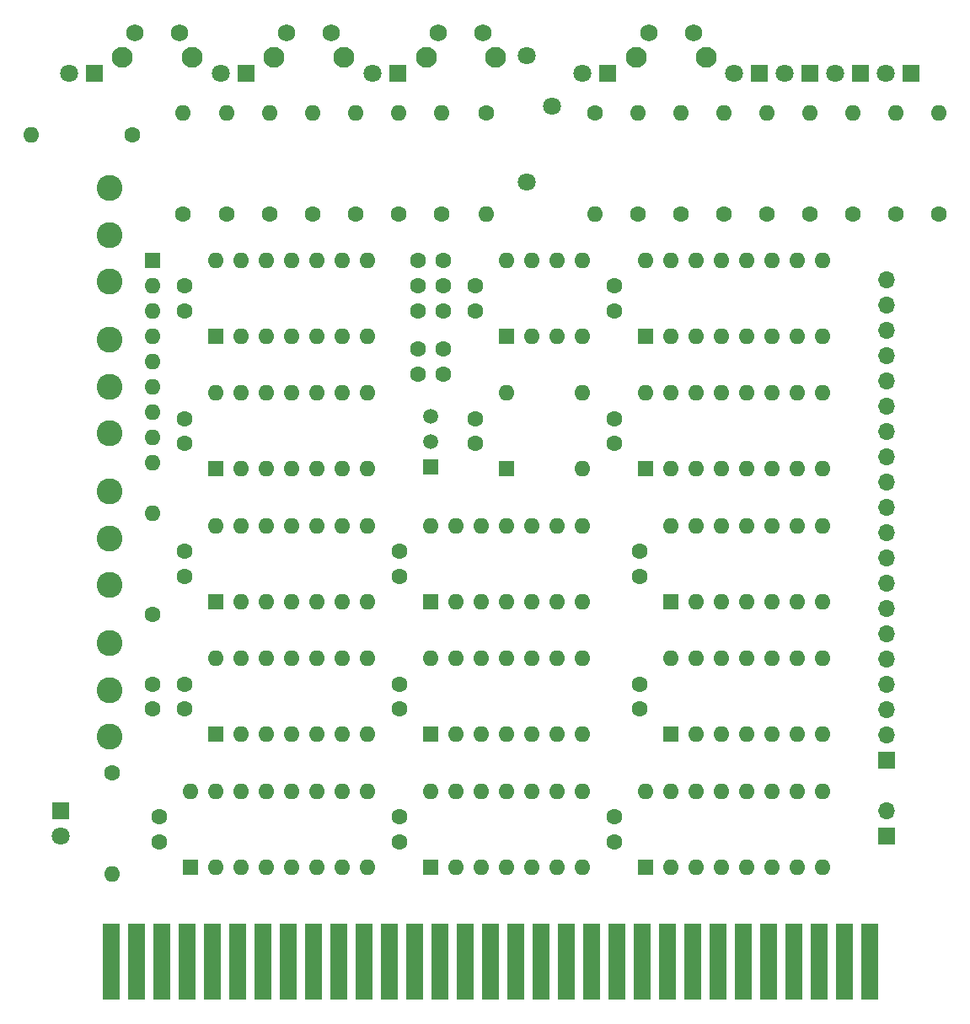
<source format=gbr>
%TF.GenerationSoftware,KiCad,Pcbnew,(6.0.7)*%
%TF.CreationDate,2022-10-23T20:31:47-04:00*%
%TF.ProjectId,Part 3 - Mapping things out,50617274-2033-4202-9d20-4d617070696e,1.1*%
%TF.SameCoordinates,Original*%
%TF.FileFunction,Soldermask,Top*%
%TF.FilePolarity,Negative*%
%FSLAX46Y46*%
G04 Gerber Fmt 4.6, Leading zero omitted, Abs format (unit mm)*
G04 Created by KiCad (PCBNEW (6.0.7)) date 2022-10-23 20:31:47*
%MOMM*%
%LPD*%
G01*
G04 APERTURE LIST*
%ADD10C,1.600000*%
%ADD11O,1.600000X1.600000*%
%ADD12R,1.600000X1.600000*%
%ADD13R,1.800000X1.800000*%
%ADD14C,1.800000*%
%ADD15C,2.100000*%
%ADD16C,1.750000*%
%ADD17C,2.600000*%
%ADD18R,1.780000X7.620000*%
%ADD19R,1.700000X1.700000*%
%ADD20O,1.700000X1.700000*%
%ADD21R,1.500000X1.500000*%
%ADD22C,1.500000*%
G04 APERTURE END LIST*
D10*
%TO.C,R18*%
X184378600Y-67056000D03*
D11*
X184378600Y-56896000D03*
%TD*%
D12*
%TO.C,U9*%
X157475000Y-106035000D03*
D11*
X160015000Y-106035000D03*
X162555000Y-106035000D03*
X165095000Y-106035000D03*
X167635000Y-106035000D03*
X170175000Y-106035000D03*
X172715000Y-106035000D03*
X172715000Y-98415000D03*
X170175000Y-98415000D03*
X167635000Y-98415000D03*
X165095000Y-98415000D03*
X162555000Y-98415000D03*
X160015000Y-98415000D03*
X157475000Y-98415000D03*
%TD*%
D13*
%TO.C,D2*%
X96195400Y-127020000D03*
D14*
X96195400Y-129560000D03*
%TD*%
D12*
%TO.C,RN1*%
X105410000Y-71740000D03*
D11*
X105410000Y-74280000D03*
X105410000Y-76820000D03*
X105410000Y-79360000D03*
X105410000Y-81900000D03*
X105410000Y-84440000D03*
X105410000Y-86980000D03*
X105410000Y-89520000D03*
X105410000Y-92060000D03*
%TD*%
D12*
%TO.C,U12*%
X154930000Y-79365000D03*
D11*
X157470000Y-79365000D03*
X160010000Y-79365000D03*
X162550000Y-79365000D03*
X165090000Y-79365000D03*
X167630000Y-79365000D03*
X170170000Y-79365000D03*
X172710000Y-79365000D03*
X172710000Y-71745000D03*
X170170000Y-71745000D03*
X167630000Y-71745000D03*
X165090000Y-71745000D03*
X162550000Y-71745000D03*
X160010000Y-71745000D03*
X157470000Y-71745000D03*
X154930000Y-71745000D03*
%TD*%
D10*
%TO.C,C21*%
X154305000Y-114320000D03*
X154305000Y-116820000D03*
%TD*%
D12*
%TO.C,U1*%
X111760000Y-119370000D03*
D11*
X114300000Y-119370000D03*
X116840000Y-119370000D03*
X119380000Y-119370000D03*
X121920000Y-119370000D03*
X124460000Y-119370000D03*
X127000000Y-119370000D03*
X127000000Y-111750000D03*
X124460000Y-111750000D03*
X121920000Y-111750000D03*
X119380000Y-111750000D03*
X116840000Y-111750000D03*
X114300000Y-111750000D03*
X111760000Y-111750000D03*
%TD*%
D12*
%TO.C,U10*%
X133350000Y-106035000D03*
D11*
X135890000Y-106035000D03*
X138430000Y-106035000D03*
X140970000Y-106035000D03*
X143510000Y-106035000D03*
X146050000Y-106035000D03*
X148590000Y-106035000D03*
X148590000Y-98415000D03*
X146050000Y-98415000D03*
X143510000Y-98415000D03*
X140970000Y-98415000D03*
X138430000Y-98415000D03*
X135890000Y-98415000D03*
X133350000Y-98415000D03*
%TD*%
D10*
%TO.C,R13*%
X149834600Y-56896000D03*
D11*
X149834600Y-67056000D03*
%TD*%
D10*
%TO.C,C16*%
X130175000Y-114320000D03*
X130175000Y-116820000D03*
%TD*%
%TO.C,R12*%
X154152600Y-67056000D03*
D11*
X154152600Y-56896000D03*
%TD*%
D10*
%TO.C,C3*%
X105410000Y-114320000D03*
X105410000Y-116820000D03*
%TD*%
%TO.C,R5*%
X130149600Y-67056000D03*
D11*
X130149600Y-56896000D03*
%TD*%
D10*
%TO.C,R8*%
X121513600Y-67056000D03*
D11*
X121513600Y-56896000D03*
%TD*%
D15*
%TO.C,SW3*%
X160985000Y-51386300D03*
X153975000Y-51386300D03*
D16*
X155225000Y-48896300D03*
X159725000Y-48896300D03*
%TD*%
D13*
%TO.C,D7*%
X176530000Y-52990000D03*
D14*
X173990000Y-52990000D03*
%TD*%
D10*
%TO.C,C4*%
X132100000Y-74295000D03*
X134600000Y-74295000D03*
%TD*%
D12*
%TO.C,U5*%
X111760000Y-92700000D03*
D11*
X114300000Y-92700000D03*
X116840000Y-92700000D03*
X119380000Y-92700000D03*
X121920000Y-92700000D03*
X124460000Y-92700000D03*
X127000000Y-92700000D03*
X127000000Y-85080000D03*
X124460000Y-85080000D03*
X121920000Y-85080000D03*
X119380000Y-85080000D03*
X116840000Y-85080000D03*
X114300000Y-85080000D03*
X111760000Y-85080000D03*
%TD*%
D17*
%TO.C,SW7*%
X101068600Y-104369600D03*
X101068600Y-99669600D03*
X101068600Y-94969600D03*
%TD*%
D15*
%TO.C,SW4*%
X117622000Y-51386300D03*
X124632000Y-51386300D03*
D16*
X118872000Y-48896300D03*
X123372000Y-48896300D03*
%TD*%
D12*
%TO.C,U3*%
X111760000Y-106035000D03*
D11*
X114300000Y-106035000D03*
X116840000Y-106035000D03*
X119380000Y-106035000D03*
X121920000Y-106035000D03*
X124460000Y-106035000D03*
X127000000Y-106035000D03*
X127000000Y-98415000D03*
X124460000Y-98415000D03*
X121920000Y-98415000D03*
X119380000Y-98415000D03*
X116840000Y-98415000D03*
X114300000Y-98415000D03*
X111760000Y-98415000D03*
%TD*%
D10*
%TO.C,R15*%
X171424600Y-67056000D03*
D11*
X171424600Y-56896000D03*
%TD*%
D10*
%TO.C,C8*%
X108585000Y-87650000D03*
X108585000Y-90150000D03*
%TD*%
D18*
%TO.C,J1*%
X177490000Y-142200000D03*
X174950000Y-142200000D03*
X172410000Y-142200000D03*
X169870000Y-142200000D03*
X167330000Y-142200000D03*
X164790000Y-142200000D03*
X162250000Y-142200000D03*
X159710000Y-142200000D03*
X157170000Y-142200000D03*
X154630000Y-142200000D03*
X152090000Y-142200000D03*
X149550000Y-142200000D03*
X147010000Y-142200000D03*
X144470000Y-142200000D03*
X141930000Y-142200000D03*
X139390000Y-142200000D03*
X136850000Y-142200000D03*
X134310000Y-142200000D03*
X131770000Y-142200000D03*
X129230000Y-142200000D03*
X126690000Y-142200000D03*
X124150000Y-142200000D03*
X121610000Y-142200000D03*
X119070000Y-142200000D03*
X116530000Y-142200000D03*
X113990000Y-142200000D03*
X111450000Y-142200000D03*
X108910000Y-142200000D03*
X106370000Y-142200000D03*
X103830000Y-142200000D03*
X101290000Y-142200000D03*
%TD*%
D10*
%TO.C,R4*%
X134467600Y-67056000D03*
D11*
X134467600Y-56896000D03*
%TD*%
D10*
%TO.C,C6*%
X132100000Y-71755000D03*
X134600000Y-71755000D03*
%TD*%
D19*
%TO.C,J2*%
X179120800Y-121920000D03*
D20*
X179120800Y-119380000D03*
X179120800Y-116840000D03*
X179120800Y-114300000D03*
X179120800Y-111760000D03*
X179120800Y-109220000D03*
X179120800Y-106680000D03*
X179120800Y-104140000D03*
X179120800Y-101600000D03*
X179120800Y-99060000D03*
X179120800Y-96520000D03*
X179120800Y-93980000D03*
X179120800Y-91440000D03*
X179120800Y-88900000D03*
X179120800Y-86360000D03*
X179120800Y-83820000D03*
X179120800Y-81280000D03*
X179120800Y-78740000D03*
X179120800Y-76200000D03*
X179120800Y-73660000D03*
%TD*%
D10*
%TO.C,C19*%
X151765000Y-87630000D03*
X151765000Y-90130000D03*
%TD*%
D17*
%TO.C,SW6*%
X101068600Y-73889600D03*
X101068600Y-69189600D03*
X101068600Y-64489600D03*
%TD*%
D12*
%TO.C,U2*%
X154930000Y-132705000D03*
D11*
X157470000Y-132705000D03*
X160010000Y-132705000D03*
X162550000Y-132705000D03*
X165090000Y-132705000D03*
X167630000Y-132705000D03*
X170170000Y-132705000D03*
X172710000Y-132705000D03*
X172710000Y-125085000D03*
X170170000Y-125085000D03*
X167630000Y-125085000D03*
X165090000Y-125085000D03*
X162550000Y-125085000D03*
X160010000Y-125085000D03*
X157470000Y-125085000D03*
X154930000Y-125085000D03*
%TD*%
D13*
%TO.C,D4*%
X130028000Y-52991300D03*
D14*
X127488000Y-52991300D03*
%TD*%
D12*
%TO.C,U6*%
X133350000Y-119370000D03*
D11*
X135890000Y-119370000D03*
X138430000Y-119370000D03*
X140970000Y-119370000D03*
X143510000Y-119370000D03*
X146050000Y-119370000D03*
X148590000Y-119370000D03*
X148590000Y-111750000D03*
X146050000Y-111750000D03*
X143510000Y-111750000D03*
X140970000Y-111750000D03*
X138430000Y-111750000D03*
X135890000Y-111750000D03*
X133350000Y-111750000D03*
%TD*%
D10*
%TO.C,R10*%
X158470600Y-67056000D03*
D11*
X158470600Y-56896000D03*
%TD*%
D14*
%TO.C,RV1*%
X142997000Y-63892400D03*
X145537000Y-56272400D03*
X142997000Y-51192400D03*
%TD*%
D10*
%TO.C,C14*%
X137795000Y-87650000D03*
X137795000Y-90150000D03*
%TD*%
%TO.C,C7*%
X108585000Y-74315000D03*
X108585000Y-76815000D03*
%TD*%
%TO.C,R7*%
X162788600Y-67056000D03*
D11*
X162788600Y-56896000D03*
%TD*%
D10*
%TO.C,R6*%
X167106600Y-67056000D03*
D11*
X167106600Y-56896000D03*
%TD*%
D13*
%TO.C,D9*%
X114777000Y-52991300D03*
D14*
X112237000Y-52991300D03*
%TD*%
D10*
%TO.C,C12*%
X132100000Y-83185000D03*
X134600000Y-83185000D03*
%TD*%
D12*
%TO.C,U7*%
X133350000Y-132705000D03*
D11*
X135890000Y-132705000D03*
X138430000Y-132705000D03*
X140970000Y-132705000D03*
X143510000Y-132705000D03*
X146050000Y-132705000D03*
X148590000Y-132705000D03*
X148590000Y-125085000D03*
X146050000Y-125085000D03*
X143510000Y-125085000D03*
X140970000Y-125085000D03*
X138430000Y-125085000D03*
X135890000Y-125085000D03*
X133350000Y-125085000D03*
%TD*%
D15*
%TO.C,SW2*%
X139883000Y-51386300D03*
X132873000Y-51386300D03*
D16*
X134123000Y-48896300D03*
X138623000Y-48896300D03*
%TD*%
D10*
%TO.C,R1*%
X105410000Y-107315000D03*
D11*
X105410000Y-97155000D03*
%TD*%
D10*
%TO.C,C11*%
X106045000Y-127655000D03*
X106045000Y-130155000D03*
%TD*%
%TO.C,C9*%
X134600000Y-80645000D03*
X132100000Y-80645000D03*
%TD*%
%TO.C,C5*%
X132100000Y-76835000D03*
X134600000Y-76835000D03*
%TD*%
D12*
%TO.C,U8*%
X157475000Y-119370000D03*
D11*
X160015000Y-119370000D03*
X162555000Y-119370000D03*
X165095000Y-119370000D03*
X167635000Y-119370000D03*
X170175000Y-119370000D03*
X172715000Y-119370000D03*
X172715000Y-111750000D03*
X170175000Y-111750000D03*
X167635000Y-111750000D03*
X165095000Y-111750000D03*
X162555000Y-111750000D03*
X160015000Y-111750000D03*
X157475000Y-111750000D03*
%TD*%
D17*
%TO.C,SW5*%
X101068600Y-89129600D03*
X101068600Y-84429600D03*
X101068600Y-79729600D03*
%TD*%
D10*
%TO.C,C13*%
X137795000Y-74315000D03*
X137795000Y-76815000D03*
%TD*%
%TO.C,C15*%
X130175000Y-100985000D03*
X130175000Y-103485000D03*
%TD*%
%TO.C,R19*%
X138912600Y-56896000D03*
D11*
X138912600Y-67056000D03*
%TD*%
D17*
%TO.C,SW8*%
X101068600Y-119609600D03*
X101068600Y-114909600D03*
X101068600Y-110209600D03*
%TD*%
D10*
%TO.C,C2*%
X108585000Y-114320000D03*
X108585000Y-116820000D03*
%TD*%
D12*
%TO.C,U13*%
X154930000Y-92700000D03*
D11*
X157470000Y-92700000D03*
X160010000Y-92700000D03*
X162550000Y-92700000D03*
X165090000Y-92700000D03*
X167630000Y-92700000D03*
X170170000Y-92700000D03*
X172710000Y-92700000D03*
X172710000Y-85080000D03*
X170170000Y-85080000D03*
X167630000Y-85080000D03*
X165090000Y-85080000D03*
X162550000Y-85080000D03*
X160010000Y-85080000D03*
X157470000Y-85080000D03*
X154930000Y-85080000D03*
%TD*%
D15*
%TO.C,SW1*%
X109377600Y-51386300D03*
X102367600Y-51386300D03*
D16*
X103617600Y-48896300D03*
X108117600Y-48896300D03*
%TD*%
D10*
%TO.C,R14*%
X103352600Y-59131200D03*
D11*
X93192600Y-59131200D03*
%TD*%
D10*
%TO.C,C17*%
X130175000Y-127655000D03*
X130175000Y-130155000D03*
%TD*%
D21*
%TO.C,RS1*%
X133350000Y-92525000D03*
D22*
X133350000Y-89985000D03*
X133350000Y-87445000D03*
%TD*%
D12*
%TO.C,X1*%
X140980000Y-92700000D03*
D11*
X148600000Y-92700000D03*
X148600000Y-85080000D03*
X140980000Y-85080000D03*
%TD*%
D10*
%TO.C,R9*%
X117195600Y-67056000D03*
D11*
X117195600Y-56896000D03*
%TD*%
D12*
%TO.C,U14*%
X109215000Y-132705000D03*
D11*
X111755000Y-132705000D03*
X114295000Y-132705000D03*
X116835000Y-132705000D03*
X119375000Y-132705000D03*
X121915000Y-132705000D03*
X124455000Y-132705000D03*
X126995000Y-132705000D03*
X126995000Y-125085000D03*
X124455000Y-125085000D03*
X121915000Y-125085000D03*
X119375000Y-125085000D03*
X116835000Y-125085000D03*
X114295000Y-125085000D03*
X111755000Y-125085000D03*
X109215000Y-125085000D03*
%TD*%
D10*
%TO.C,R3*%
X101346000Y-123190000D03*
D11*
X101346000Y-133350000D03*
%TD*%
D13*
%TO.C,D5*%
X166370000Y-52990000D03*
D14*
X163830000Y-52990000D03*
%TD*%
D13*
%TO.C,D6*%
X171450000Y-52990000D03*
D14*
X168910000Y-52990000D03*
%TD*%
D19*
%TO.C,J3*%
X179115000Y-129570000D03*
D20*
X179115000Y-127030000D03*
%TD*%
D10*
%TO.C,R20*%
X112877600Y-67056000D03*
D11*
X112877600Y-56896000D03*
%TD*%
D13*
%TO.C,D8*%
X181610000Y-52990000D03*
D14*
X179070000Y-52990000D03*
%TD*%
D12*
%TO.C,U4*%
X111760000Y-79365000D03*
D11*
X114300000Y-79365000D03*
X116840000Y-79365000D03*
X119380000Y-79365000D03*
X121920000Y-79365000D03*
X124460000Y-79365000D03*
X127000000Y-79365000D03*
X127000000Y-71745000D03*
X124460000Y-71745000D03*
X121920000Y-71745000D03*
X119380000Y-71745000D03*
X116840000Y-71745000D03*
X114300000Y-71745000D03*
X111760000Y-71745000D03*
%TD*%
D12*
%TO.C,U11*%
X140985000Y-79365000D03*
D11*
X143525000Y-79365000D03*
X146065000Y-79365000D03*
X148605000Y-79365000D03*
X148605000Y-71745000D03*
X146065000Y-71745000D03*
X143525000Y-71745000D03*
X140985000Y-71745000D03*
%TD*%
D10*
%TO.C,C1*%
X151765000Y-127655000D03*
X151765000Y-130155000D03*
%TD*%
%TO.C,R11*%
X125831600Y-67056000D03*
D11*
X125831600Y-56896000D03*
%TD*%
D10*
%TO.C,C20*%
X154305000Y-100985000D03*
X154305000Y-103485000D03*
%TD*%
%TO.C,R16*%
X175742600Y-67056000D03*
D11*
X175742600Y-56896000D03*
%TD*%
D10*
%TO.C,C18*%
X151765000Y-74315000D03*
X151765000Y-76815000D03*
%TD*%
%TO.C,C10*%
X108585000Y-100985000D03*
X108585000Y-103485000D03*
%TD*%
D13*
%TO.C,D1*%
X99548000Y-52990000D03*
D14*
X97008000Y-52990000D03*
%TD*%
D10*
%TO.C,R2*%
X108432600Y-67056000D03*
D11*
X108432600Y-56896000D03*
%TD*%
D13*
%TO.C,D3*%
X151130000Y-52990000D03*
D14*
X148590000Y-52990000D03*
%TD*%
D10*
%TO.C,R17*%
X180060600Y-67056000D03*
D11*
X180060600Y-56896000D03*
%TD*%
M02*

</source>
